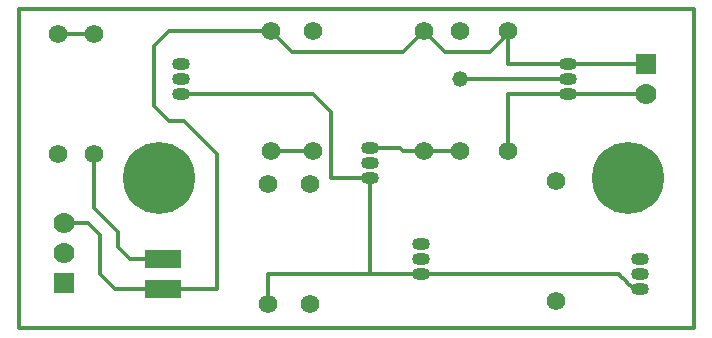
<source format=gbl>
*%FSLAX23Y23*%
*%MOIN*%
G01*
%ADD11C,0.052*%
%ADD12C,0.240*%
%ADD13C,0.040*%
%ADD14C,0.062*%
%ADD15C,0.012*%
%ADD16C,0.014*%
%ADD17C,0.008*%
%ADD18C,0.070*%
%ADD19C,0.010*%
%ADD20R,0.062X0.062*%
%ADD21R,0.070X0.070*%
%ADD22O,0.060X0.040*%
D11*
X1570Y930D03*
D12*
X2131Y600D03*
X568Y600D03*
D14*
X350Y680D03*
X230Y680D03*
X230Y1080D03*
X350Y1080D03*
X940Y1090D03*
X1080Y1090D03*
X1450Y1090D03*
X1570Y1090D03*
X1730Y1090D03*
X1730Y690D03*
X1570Y690D03*
X1450Y690D03*
X1080Y690D03*
X1070Y580D03*
X930Y580D03*
X940Y690D03*
X930Y180D03*
X1070Y180D03*
X1890Y190D03*
X1890Y590D03*
D15*
X2350Y100D02*
X2350Y100D01*
X2350Y1163D01*
X2350Y1163D02*
X2350Y1163D01*
X100Y1163D01*
X100Y1163D02*
X100Y1163D01*
X100Y100D01*
X100Y100D02*
X100Y100D01*
X2350Y100D01*
D16*
X2168Y236D02*
X2168Y236D01*
X2144Y236D01*
X2144Y236D02*
X2144Y236D01*
X2140Y240D01*
X2140Y240D02*
X2140Y240D01*
X2132Y248D01*
X2132Y248D02*
X2132Y248D01*
X2124Y256D01*
X2124Y256D02*
X2124Y256D01*
X2116Y264D01*
X2116Y264D02*
X2116Y264D01*
X2108Y272D01*
X2108Y272D02*
X2108Y272D01*
X2100Y280D01*
X2100Y280D02*
X2100Y280D01*
X1440Y280D01*
X1440Y280D02*
X1440Y280D01*
X930Y280D01*
X930Y280D02*
X930Y280D01*
X930Y180D01*
X760Y230D02*
X760Y230D01*
X580Y230D01*
X580Y230D02*
X580Y230D01*
X420Y230D01*
X420Y230D02*
X420Y230D01*
X370Y280D01*
X370Y280D02*
X370Y280D01*
X370Y410D01*
X370Y410D02*
X370Y410D01*
X330Y450D01*
X330Y450D02*
X330Y450D01*
X250Y450D01*
X350Y500D02*
X350Y500D01*
X430Y420D01*
X430Y420D02*
X430Y420D01*
X430Y370D01*
X430Y370D02*
X430Y370D01*
X470Y330D01*
X470Y330D02*
X470Y330D01*
X580Y330D01*
X760Y230D02*
X760Y230D01*
X760Y680D01*
X760Y680D02*
X760Y680D01*
X650Y790D01*
X650Y790D02*
X650Y790D01*
X600Y790D01*
X600Y790D02*
X600Y790D01*
X550Y840D01*
X550Y840D02*
X550Y840D01*
X550Y1040D01*
X550Y1040D02*
X550Y1040D01*
X600Y1090D01*
X600Y1090D02*
X600Y1090D01*
X940Y1090D01*
X940Y1090D02*
X940Y1090D01*
X1010Y1020D01*
X1010Y1020D02*
X1010Y1020D01*
X1380Y1020D01*
X1380Y1020D02*
X1380Y1020D01*
X1450Y1090D01*
X1450Y1090D02*
X1450Y1090D01*
X1520Y1020D01*
X1520Y1020D02*
X1520Y1020D01*
X1670Y1020D01*
X1670Y1020D02*
X1670Y1020D01*
X1730Y1080D01*
X1730Y1090D02*
X1730Y1090D01*
X1730Y980D01*
X1730Y980D02*
X1730Y980D01*
X1930Y980D01*
X1930Y980D02*
X1930Y980D01*
X2190Y980D01*
X2190Y880D02*
X2190Y880D01*
X1930Y880D01*
X1930Y880D02*
X1930Y880D01*
X1730Y880D01*
X1730Y880D02*
X1730Y880D01*
X1730Y690D01*
X1570Y690D02*
X1570Y690D01*
X1450Y690D01*
X1450Y690D02*
X1450Y690D01*
X1380Y690D01*
X1380Y690D02*
X1380Y690D01*
X1370Y700D01*
X1370Y700D02*
X1370Y700D01*
X1270Y700D01*
X1270Y600D02*
X1270Y600D01*
X1270Y280D01*
X1270Y600D02*
X1270Y600D01*
X1140Y600D01*
X1140Y600D02*
X1140Y600D01*
X1140Y820D01*
X1140Y820D02*
X1140Y820D01*
X1080Y880D01*
X1080Y880D02*
X1080Y880D01*
X670Y880D01*
X670Y880D02*
X670Y880D01*
X640Y880D01*
X350Y680D02*
X350Y680D01*
X350Y500D01*
X350Y1080D02*
X350Y1080D01*
X230Y1080D01*
X940Y690D02*
X940Y690D01*
X1080Y690D01*
X1570Y930D02*
X1570Y930D01*
X1930Y930D01*
D18*
X2190Y880D03*
X250Y450D03*
X250Y350D03*
D20*
X550Y330D03*
X580Y330D03*
X610Y330D03*
X610Y230D03*
X580Y230D03*
X550Y230D03*
D21*
X250Y250D03*
X2190Y980D03*
D22*
X1930Y980D03*
X1930Y930D03*
X1930Y880D03*
X2170Y330D03*
X2170Y280D03*
X2170Y230D03*
X1440Y280D03*
X1440Y330D03*
X1440Y380D03*
X1270Y600D03*
X1270Y650D03*
X1270Y700D03*
X640Y880D03*
X640Y930D03*
X640Y980D03*
D02*
M02*

</source>
